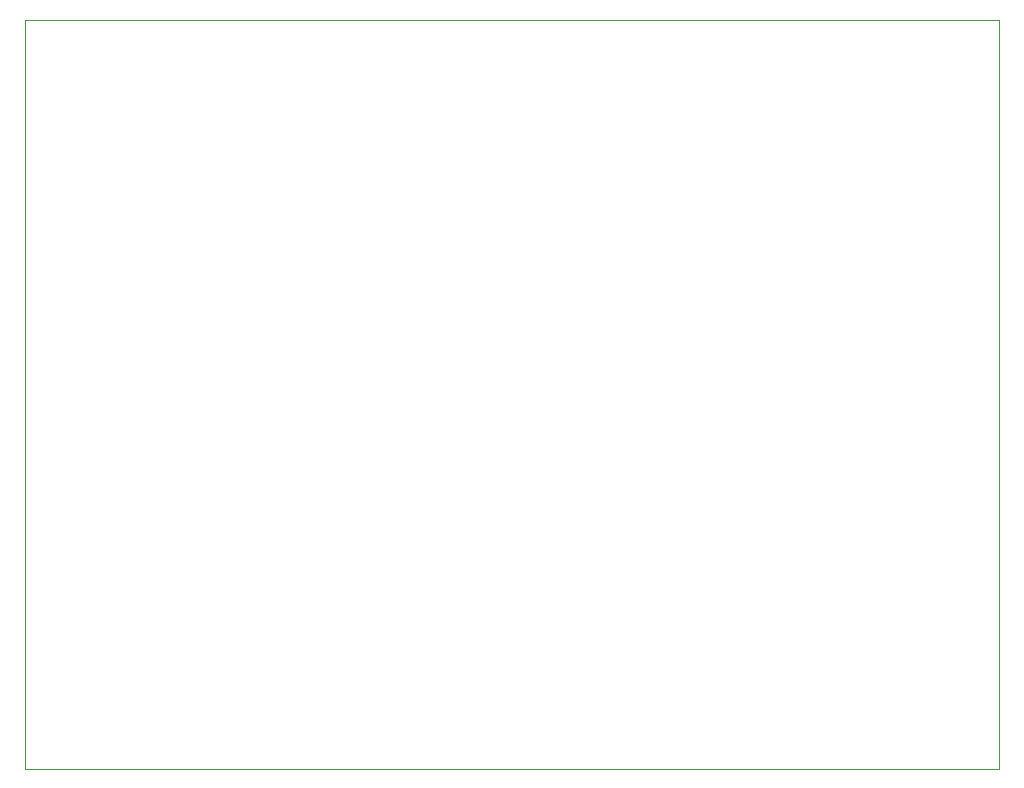
<source format=gbr>
%TF.GenerationSoftware,KiCad,Pcbnew,(5.1.6)-1*%
%TF.CreationDate,2020-10-03T13:42:35-07:00*%
%TF.ProjectId,mini project newest,6d696e69-2070-4726-9f6a-656374206e65,rev?*%
%TF.SameCoordinates,Original*%
%TF.FileFunction,Profile,NP*%
%FSLAX46Y46*%
G04 Gerber Fmt 4.6, Leading zero omitted, Abs format (unit mm)*
G04 Created by KiCad (PCBNEW (5.1.6)-1) date 2020-10-03 13:42:35*
%MOMM*%
%LPD*%
G01*
G04 APERTURE LIST*
%TA.AperFunction,Profile*%
%ADD10C,0.100000*%
%TD*%
G04 APERTURE END LIST*
D10*
X105410000Y-130556000D02*
X105410000Y-67056000D01*
X187960000Y-130556000D02*
X105410000Y-130556000D01*
X187960000Y-67056000D02*
X187960000Y-130556000D01*
X105410000Y-67056000D02*
X187960000Y-67056000D01*
M02*

</source>
